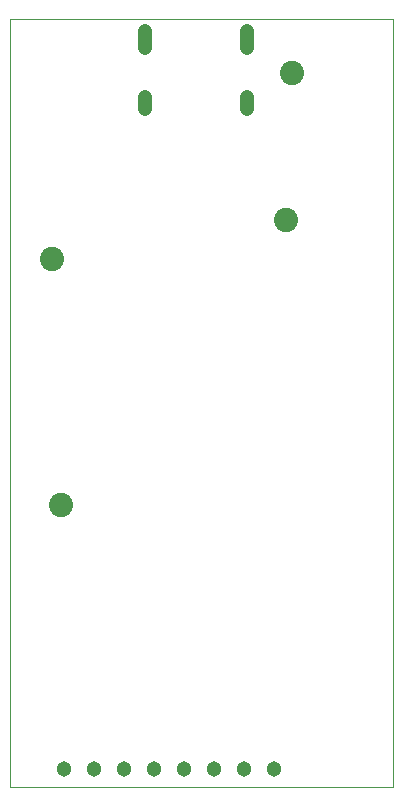
<source format=gbs>
G75*
%MOIN*%
%OFA0B0*%
%FSLAX25Y25*%
%IPPOS*%
%LPD*%
%AMOC8*
5,1,8,0,0,1.08239X$1,22.5*
%
%ADD10C,0.00000*%
%ADD11C,0.04731*%
%ADD12C,0.08077*%
%ADD13C,0.05124*%
D10*
X0001300Y0001500D02*
X0001300Y0257500D01*
X0129221Y0257500D01*
X0129221Y0001500D01*
X0001300Y0001500D01*
D11*
X0046292Y0227531D02*
X0046292Y0231469D01*
X0046292Y0231469D01*
X0046292Y0227531D01*
X0046292Y0227531D01*
X0046292Y0247649D02*
X0046292Y0253555D01*
X0046292Y0253555D01*
X0046292Y0247649D01*
X0046292Y0247649D01*
X0046292Y0252379D02*
X0046292Y0252379D01*
X0080308Y0253555D02*
X0080308Y0247649D01*
X0080308Y0253555D02*
X0080308Y0253555D01*
X0080308Y0247649D01*
X0080308Y0247649D01*
X0080308Y0252379D02*
X0080308Y0252379D01*
X0080308Y0231469D02*
X0080308Y0227531D01*
X0080308Y0231469D02*
X0080308Y0231469D01*
X0080308Y0227531D01*
X0080308Y0227531D01*
D12*
X0095300Y0239500D03*
X0093300Y0190500D03*
X0018300Y0095500D03*
X0015300Y0177500D03*
D13*
X0019300Y0007500D03*
X0029300Y0007500D03*
X0039300Y0007500D03*
X0049300Y0007500D03*
X0059300Y0007500D03*
X0069300Y0007500D03*
X0079300Y0007500D03*
X0089300Y0007500D03*
M02*

</source>
